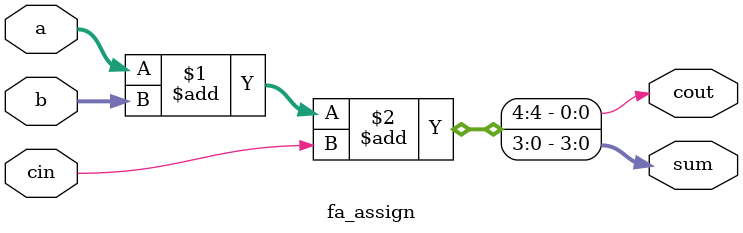
<source format=v>
module fa_assign(input [3:0]a,input[3:0]b,input cin,output[3:0]sum,output cout);
assign {cout,sum} = a + b + cin;
endmodule

</source>
